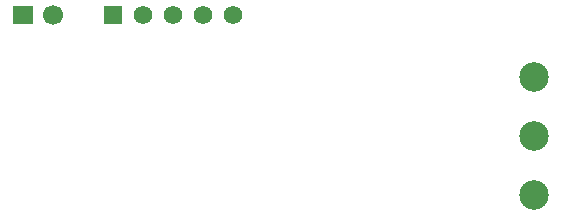
<source format=gbl>
G04 Layer: BottomLayer*
G04 EasyEDA v6.5.43, 2024-08-21 16:11:37*
G04 cb6e2e9fbd21486d88ae5690d2d3dc00,10*
G04 Gerber Generator version 0.2*
G04 Scale: 100 percent, Rotated: No, Reflected: No *
G04 Dimensions in millimeters *
G04 leading zeros omitted , absolute positions ,4 integer and 5 decimal *
%FSLAX45Y45*%
%MOMM*%

%ADD10C,1.5748*%
%ADD11R,1.5748X1.5748*%
%ADD12R,1.7000X1.5748*%
%ADD13C,1.7000*%
%ADD14C,2.5000*%

%LPD*%
D10*
G01*
X2540005Y3822700D03*
G01*
X2286005Y3822700D03*
G01*
X2032005Y3822700D03*
G01*
X1778005Y3822700D03*
D11*
G01*
X1524005Y3822700D03*
D12*
G01*
X762005Y3822700D03*
D13*
G01*
X1016005Y3822700D03*
D14*
G01*
X5084569Y2794000D03*
G01*
X5084569Y3293871D03*
G01*
X5084569Y2293873D03*
M02*

</source>
